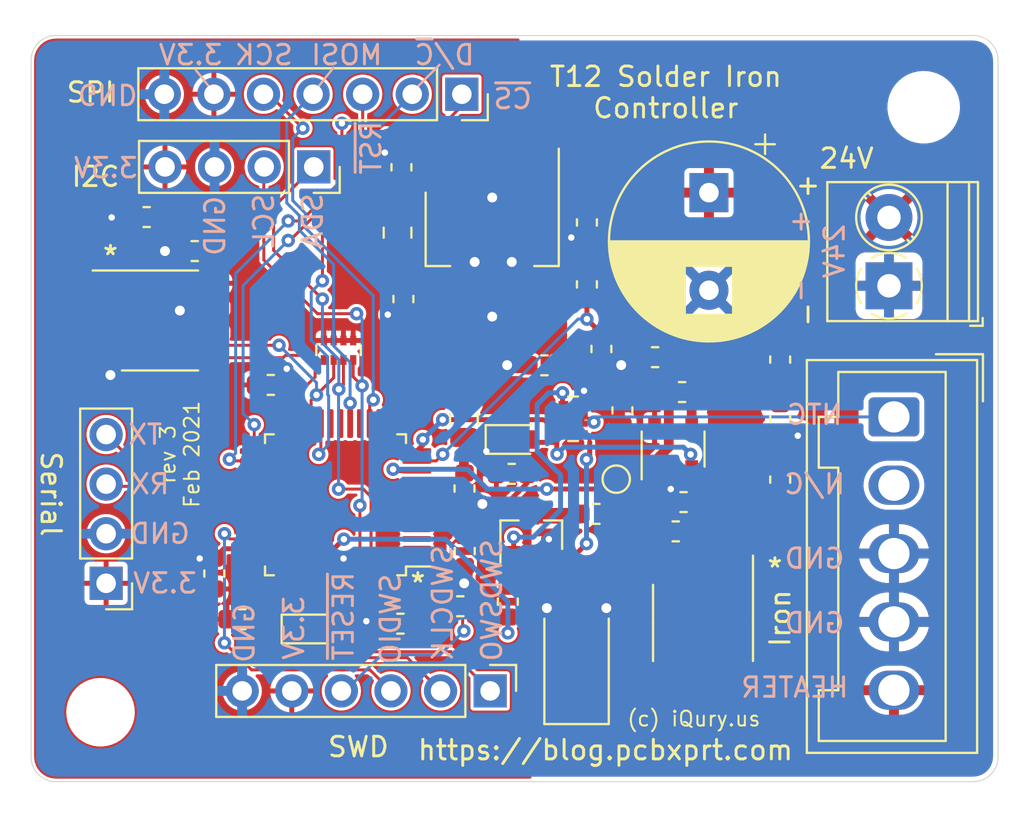
<source format=kicad_pcb>
(kicad_pcb (version 20210126) (generator pcbnew)
  (layers (0 "F.Cu" signal) (31 "B.Cu" signal) (35 "F.Paste" user) (36 "B.SilkS" user "B.Silkscreen") (37 "F.SilkS" user "F.Silkscreen") (38 "B.Mask" user) (39 "F.Mask" user) (44 "Edge.Cuts" user))
  (net 0 "")
  (net 1 "GND")
  (net 2 "/24V")
  (net 3 "/3.3V")
  (net 4 "/V_MON")
  (net 5 "/~NRST")
  (net 6 "Net-(D1-Pad1)")
  (net 7 "Net-(C15-Pad1)")
  (net 8 "/SCK")
  (net 9 "/MOSI")
  (net 10 "/~RST")
  (net 11 "/D{slash}~C")
  (net 12 "/~CS")
  (net 13 "/OLED_SCL")
  (net 14 "/OLED_SDA")
  (net 15 "/SWDIO")
  (net 16 "/SWDCLK")
  (net 17 "/SWDSWO")
  (net 18 "/TX")
  (net 19 "/RX")
  (net 20 "Net-(Q1-Pad4)")
  (net 21 "Net-(R5-Pad1)")
  (net 22 "/TIP_TEMP")
  (net 23 "Net-(J2-Pad1)")
  (net 24 "/NTC")
  (net 25 "/EE_SDA")
  (net 26 "/EE_SCL")
  (net 27 "/HEATER_ON")
  (net 28 "Net-(Q2-Pad3)")
  (net 29 "Net-(D3-Pad2)")
  (net 30 "Net-(D3-Pad1)")
  (net 31 "Net-(Q2-Pad1)")
  (net 32 "Net-(C5-Pad1)")
  (net 33 "Net-(C16-Pad1)")
  (net 34 "Net-(C10-Pad1)")
  (footprint "Capacitor_SMD:C_0603_1608Metric" (layer "F.Cu") (at 201.5 80.3 180)
    (fp_text reference "C17" hide)
    (fp_text value "100nF")
  )
  (footprint "Package_TO_SOT_SMD:SOT-23" (layer "F.Cu") (at 221.2 96.6 90)
    (fp_text reference "Q2" hide)
    (fp_text value "BC817")
  )
  (footprint "Resistor_SMD:R_0603_1608Metric" (layer "F.Cu") (at 228.925676 89.264242 180)
    (fp_text reference "R6" hide)
    (fp_text value "249k 0.1%")
  )
  (footprint "Capacitor_SMD:C_0603_1608Metric" (layer "F.Cu") (at 214.497787 101.128106 180)
    (fp_text reference "C6" hide)
    (fp_text value "100nF")
  )
  (footprint "Connector_PinHeader_2.54mm:PinHeader_1x06_P2.54mm_Vertical" (layer "F.Cu") (at 219.092722 104.572729 -90)
    (fp_text reference "J5" hide)
    (fp_text value "SWD")
  )
  (footprint "Package_TO_SOT_SMD:SOT-223-3_TabPin2" (layer "F.Cu") (at 219.2 80.9 -90)
    (fp_text reference "U1" hide)
    (fp_text value "SPX2954M3-3.3_SOT223")
  )
  (footprint "Capacitor_SMD:C_0603_1608Metric" (layer "F.Cu") (at 207.857407 88.899152)
    (fp_text reference "C8" hide)
    (fp_text value "100nF")
  )
  (footprint "Capacitor_SMD:C_0603_1608Metric" (layer "F.Cu") (at 217.792495 97.408988 90)
    (fp_text reference "C11" hide)
    (fp_text value "100nF")
  )
  (footprint "Capacitor_SMD:C_0603_1608Metric" (layer "F.Cu") (at 214.55 77.75 90)
    (fp_text reference "C5" hide)
    (fp_text value "10uF")
  )
  (footprint "Connector_PinHeader_2.54mm:PinHeader_1x04_P2.54mm_Vertical" (layer "F.Cu") (at 199.42313 99.06 180)
    (fp_text reference "J6" hide)
    (fp_text value "Serial")
  )
  (footprint "LED_SMD:LED_0603_1608Metric" (layer "F.Cu") (at 209.9 101.4)
    (fp_text reference "D3" hide)
    (fp_text value "RED")
  )
  (footprint "Capacitor_SMD:C_0603_1608Metric" (layer "F.Cu") (at 203.962 82.042 180)
    (fp_text reference "C9" hide)
    (fp_text value "100nF")
  )
  (footprint "Resistor_SMD:R_0603_1608Metric" (layer "F.Cu") (at 220 100 -90)
    (fp_text reference "R8" hide)
    (fp_text value "470")
  )
  (footprint "LED_SMD:LED_0603_1608Metric" (layer "F.Cu") (at 220.35 91.694)
    (fp_text reference "D2" hide)
    (fp_text value "RED")
  )
  (footprint "Package_TO_SOT_SMD:SOT-23-5" (layer "F.Cu") (at 228.465247 92.18439 90)
    (fp_text reference "U3" hide)
    (fp_text value "SGM8551XN")
  )
  (footprint "Capacitor_SMD:C_0603_1608Metric" (layer "F.Cu") (at 233.95 90.65 -90)
    (fp_text reference "C16" hide)
    (fp_text value "470pF")
  )
  (footprint "Capacitor_SMD:C_0603_1608Metric" (layer "F.Cu") (at 221.872282 87.894562 180)
    (fp_text reference "C4" hide)
    (fp_text value "100nF")
  )
  (footprint "Capacitor_SMD:C_0603_1608Metric" (layer "F.Cu") (at 224.05 80.576237 -90)
    (fp_text reference "C2" hide)
    (fp_text value "100nF")
  )
  (footprint "Resistor_SMD:R_0603_1608Metric" (layer "F.Cu") (at 224.536 95.504 180)
    (fp_text reference "R3" hide)
    (fp_text value "1k")
  )
  (footprint "Inductor_SMD:L_0805_2012Metric" (layer "F.Cu") (at 214.35 81.1 -90)
    (fp_text reference "FB1" hide)
    (fp_text value "Ferrite_Bead")
  )
  (footprint "Capacitor_SMD:C_0603_1608Metric" (layer "F.Cu") (at 229 94.9 180)
    (fp_text reference "C15" hide)
    (fp_text value "1nF")
  )
  (footprint "Capacitor_SMD:C_0603_1608Metric" (layer "F.Cu") (at 233.95 93.75 90)
    (fp_text reference "C1" hide)
    (fp_text value "100nF")
  )
  (footprint "PrntrBoardV2:TerminalBlock_Phoenix_PT-1,5-2-3.5-H_1x02_P3.50mm_Horizontal" (layer "F.Cu") (at 239.522 83.82 90)
    (fp_text reference "J1" hide)
    (fp_text value "Screw_Terminal_01x02")
  )
  (footprint "MountingHole:MountingHole_3.2mm_M3_DIN965" (layer "F.Cu") (at 241.3 74.676)
    (fp_text reference "H2" hide)
    (fp_text value "MountingHole")
  )
  (footprint "Resistor_SMD:R_Array_Concave_4x0402" (layer "F.Cu") (at 223.344503 90.632741)
    (fp_text reference "RN1" hide)
    (fp_text value "4x4.7k")
  )
  (footprint "Capacitor_SMD:C_0603_1608Metric" (layer "F.Cu") (at 214.65 84.5 -90)
    (fp_text reference "C3" hide)
    (fp_text value "100nF")
  )
  (footprint "Resistor_SMD:R_0603_1608Metric" (layer "F.Cu") (at 233.95 87.6 -90)
    (fp_text reference "R10" hide)
    (fp_text value "2.2")
  )
  (footprint "Resistor_SMD:R_0603_1608Metric" (layer "F.Cu") (at 224.05 83.75 -90)
    (fp_text reference "R2" hide)
    (fp_text value "10k")
  )
  (footprint "Capacitor_SMD:C_0603_1608Metric" (layer "F.Cu") (at 217.56365 100.235042)
    (fp_text reference "C14" hide)
    (fp_text value "100nF")
  )
  (footprint "MountingHole:MountingHole_3.2mm_M3_DIN965" (layer "F.Cu") (at 199.136 105.664)
    (fp_text reference "H1" hide)
    (fp_text value "MountingHole")
  )
  (footprint "Package_SO:SO-8_3.9x4.9mm_P1.27mm" (layer "F.Cu") (at 229.997 101.092 -90)
    (fp_text reference "Q1" hide)
    (fp_text value "TPC8107")
  )
  (footprint "Capacitor_SMD:C_0603_1608Metric" (layer "F.Cu") (at 204.963143 98.563782 90)
    (fp_text reference "C7" hide)
    (fp_text value "100nF")
  )
  (footprint "Resistor_SMD:R_0603_1608Metric" (layer "F.Cu") (at 228.6 96.4 180)
    (fp_text reference "R1" hide)
    (fp_text value "2k")
  )
  (footprint "Resistor_SMD:R_0603_1608Metric" (layer "F.Cu") (at 220.198466 93.453862)
    (fp_text reference "R7" hide)
    (fp_text value "10k")
  )
  (footprint "Resistor_SMD:R_Array_Concave_4x0402" (layer "F.Cu") (at 211.328 87.122 -90)
    (fp_text reference "RN2" hide)
    (fp_text value "4x4.7k")
  )
  (footprint "Package_SO:SOIC-8_3.9x4.9mm_P1.27mm" (layer "F.Cu") (at 202.184 85.598)
    (fp_text reference "U2" hide)
    (fp_text value "24LC32")
  )
  (footprint "Capacitor_SMD:C_0603_1608Metric" (layer "F.Cu") (at 217.779899 94.20551 -90)
    (fp_text reference "C10" hide)
    (fp_text value "100nF")
  )
  (footprint "Connector_Wago:Wago_734-135_1x05_P3.50mm_Vertical" (layer "F.Cu") (at 239.776 90.536 -90)
    (fp_text reference "J2" hide)
    (fp_text value "GX12-5M")
  )
  (footprint "Diode_SMD:D_SMA" (layer "F.Cu") (at 223.52 102.87 90)
    (fp_text reference "D1" hide)
    (fp_text value "RS1M")
  )
  (footprint "Capacitor_SMD:C_0603_1608Metric" (layer "F.Cu") (at 225.868516 90.204988 90)
    (fp_text reference "C13" hide)
    (fp_text value "100nF")
  )
  (footprint "Connector_PinSocket_2.54mm:PinSocket_1x04_P2.54mm_Vertical" (layer "F.Cu") (at 210.059162 77.731715 -90)
    (fp_text reference "J4" hide)
    (fp_text value "I2C LCD")
  )
  (footprint "Resistor_SMD:R_0603_1608Metric" (layer "F.Cu") (at 206.4 100.9 180)
    (fp_text reference "R9" hide)
    (fp_text value "1k")
  )
  (footprint "Connector_PinSocket_2.54mm:PinSocket_1x07_P2.54mm_Vertical" (layer "F.Cu") (at 217.64344 74.009346 -90)
    (fp_text reference "J3" hide)
    (fp_text value "SPI LCD")
  )
  (footprint "Resistor_SMD:R_0603_1608Metric" (layer "F.Cu") (at 224.792877 87.057933 -90)
    (fp_text reference "R4" hide)
    (fp_text value "1k")
  )
  (footprint "Capacitor_THT:CP_Radial_D10.0mm_P5.00mm" (layer "F.Cu") (at 230.3 79.05 -90)
    (fp_text reference "C12" hide)
    (fp_text value "100uF 35V")
  )
  (footprint "Inductor_SMD:L_0805_2012Metric" (layer "F.Cu") (at 217.75 90.65 -90)
    (fp_text reference "FB2" hide)
    (fp_text value "Ferrite_Bead")
  )
  (footprint "TestPoint:TestPoint_Pad_D1.0mm" (layer "F.Cu") (at 225.552 93.726)
    (fp_text reference "TP1" hide)
    (fp_text value "TestPoint")
  )
  (footprint "Package_QFP:LQFP-48_7x7mm_P0.5mm" (layer "F.Cu") (at 211.1725 95.04 180)
    (fp_text reference "U4" hide)
    (fp_text value "STM32F103CBTx")
  )
  (footprint "Resistor_SMD:R_0603_1608Metric" (layer "F.Cu") (at 227.541794 87.476981 180)
    (fp_text reference "R5" hide)
    (fp_text value "1k 0.1%")
  )
  (gr_line (start 211.074 72.644) (end 210.058 73.914) (layer "B.SilkS") (width 0.12))
  (gr_line (start 205 74) (end 204 72.75) (layer "B.SilkS") (width 0.12))
  (gr_line (start 215 74) (end 216.5 72.5) (layer "B.SilkS") (width 0.12))
  (gr_arc (start 243.84 72.272026) (end 245.11 72.272026) (angle -90) (layer "Edge.Cuts") (width 0.05))
  (gr_line (start 245.11 72.272026) (end 245.11 107.95) (layer "Edge.Cuts") (width 0.05))
  (gr_line (start 243.84 71.002026) (end 196.85 71.002026) (layer "Edge.Cuts") (width 0.05))
  (gr_arc (start 196.85 72.272026) (end 196.85 71.002026) (angle -90) (layer "Edge.Cuts") (width 0.05))
  (gr_line (start 195.58 107.95) (end 195.58 72.272026) (layer "Edge.Cuts") (width 0.05))
  (gr_line (start 243.84 109.22) (end 196.85 109.22) (layer "Edge.Cuts") (width 0.05))
  (gr_arc (start 243.84 107.95) (end 243.84 109.22) (angle -90) (layer "Edge.Cuts") (width 0.05))
  (gr_arc (start 196.85 107.95) (end 196.85 109.22) (angle 90) (layer "Edge.Cuts") (width 0.05))
  (gr_text "3.3V" (at 199.404648 77.785779) (layer "B.SilkS") (effects (font (size 1 1)) (justify mirror)))
  (gr_text "SCL" (at 207.5 80.5 90) (layer "B.SilkS") (effects (font (size 1 1)) (justify mirror)))
  (gr_text "HEATER" (at 234.696 104.394) (layer "B.SilkS") (effects (font (size 1 1)) (justify mirror)))
  (gr_text "SWDIO" (at 213.991871 100.888609 90) (layer "B.SilkS") (effects (font (size 1 1)) (justify mirror)))
  (gr_text "SWDCLK" (at 216.662 100.076 90) (layer "B.SilkS") (effects (font (size 1 1)) (justify mirror)))
  (gr_text "NTC" (at 235.712 90.424) (layer "B.SilkS") (effects (font (size 1 1)) (justify mirror)))
  (gr_text "~RESET" (at 211.582 100.75 90) (layer "B.SilkS") (effects (font (size 1 1)) (justify mirror)))
  (gr_text "3.3V" (at 203.75 72) (layer "B.SilkS") (effects (font (size 1 1)) (justify mirror)))
  (gr_text "SDA" (at 210 80.5 90) (layer "B.SilkS") (effects (font (size 1 1)) (justify mirror)))
  (gr_text "MOSI" (at 211.75 72) (layer "B.SilkS") (effects (font (size 1 1)) (justify mirror)))
  (gr_text "GND" (at 202.184 96.52) (layer "B.SilkS") (effects (font (size 1 1)) (justify mirror)))
  (gr_text "TX" (at 201.422 91.44) (layer "B.SilkS") (effects (font (size 1 1)) (justify mirror)))
  (gr_text "D/~C" (at 216.75 72) (layer "B.SilkS") (effects (font (size 1 1)) (justify mirror)))
  (gr_text "GND" (at 206.502 101.6 90) (layer "B.SilkS") (effects (font (size 1 1)) (justify mirror)))
  (gr_text "RX" (at 201.676 93.98) (layer "B.SilkS") (effects (font (size 1 1)) (justify mirror)))
  (gr_text "24V" (at 236.728 82.042 90) (layer "B.SilkS") (effects (font (size 1 1)) (justify mirror)))
  (gr_text "SCK" (at 207.5 72) (layer "B.SilkS") (effects (font (size 1 1)) (justify mirror)))
  (gr_text "N/C" (at 235.712 93.98) (layer "B.SilkS") (effects (font (size 1 1)) (justify mirror)))
  (gr_text "3.3V" (at 209.042 101.346 90) (layer "B.SilkS") (effects (font (size 1 1)) (justify mirror)))
  (gr_text "3.3V" (at 202.438 99.06) (layer "B.SilkS") (effects (font (size 1 1)) (justify mirror)))
  (gr_text "~RST" (at 213 76.75 90) (layer "B.SilkS") (effects (font (size 1 1)) (justify mirror)))
  (gr_text "+   -" (at 234.95 82.296 90) (layer "B.SilkS") (effects (font (size 1 1)) (justify mirror)))
  (gr_text "GND" (at 199.5 74 180) (layer "B.SilkS") (effects (font (size 1 1)) (justify mirror)))
  (gr_text "GND" (at 205 80.75 90) (layer "B.SilkS") (effects (font (size 1 1)) (justify mirror)))
  (gr_text "SWDSWO" (at 219.180806 99.926056 90) (layer "B.SilkS") (effects (font (size 1 1)) (justify mirror)))
  (gr_text "~CS" (at 220.25 74.25) (layer "B.SilkS") (effects (font (size 1 1)) (justify mirror)))
  (gr_text "GND" (at 235.712 101.092) (layer "B.SilkS") (effects (font (size 1 1)) (justify mirror)))
  (gr_text "GND" (at 235.712 97.79) (layer "B.SilkS") (effects (font (size 1 1)) (justify mirror)))
  (gr_text "rev 3\nFeb 2021" (at 203.2 92.456 90) (layer "F.SilkS") (effects (font (size 0.762 0.762) (thickness 0.1016))))
  (gr_text "+       -" (at 235.45 82 270) (layer "F.SilkS") (effects (font (size 1 1))))
  (gr_text "SPI" (at 198.628 73.914) (layer "F.SilkS") (effects (font (size 1 1))))
  (gr_text "*" (at 233.68 98.298) (layer "F.SilkS") (effects (font (size 1 1))))
  (gr_text "Iron" (at 233.95 100.85 90) (layer "F.SilkS") (effects (font (size 1 1))))
  (gr_text "I2C" (at 198.882 78.232) (layer "F.SilkS") (effects (font (size 1 1))))
  (gr_text "SWD" (at 212.344 107.442) (layer "F.SilkS") (effects (font (size 1 1))))
  (gr_text "T12 Solder Iron\nController" (at 228.092 73.914) (layer "F.SilkS") (effects (font (size 1 1))))
  (gr_text "https://blog.pcbxprt.com" (at 225 107.6) (layer "F.SilkS") (effects (font (size 1 1))))
  (gr_text "Serial" (at 196.596 94.488 270) (layer "F.SilkS") (effects (font (size 1 1))))
  (gr_text "*" (at 215.392 99.06) (layer "F.SilkS") (effects (font (size 1 1))))
  (gr_text "*" (at 199.644 82.296) (layer "F.SilkS") (effects (font (size 1 1))))
  (gr_text "(c) iQury.us" (at 226.05 106) (layer "F.SilkS") (effects (font (size 0.762 0.762) (thickness 0.1016)) (justify left)))
  (gr_text "24V" (at 237.35 77.3) (layer "F.SilkS") (effects (font (size 1 1))))
  (segment (start 223.52 100.87) (end 223.52 100.965) (width 0.8) (layer "F.Cu") (net 1))
  (segment (start 217.779899 94.99301) (end 218.69101 94.99301) (width 0.8) (layer "F.Cu") (net 1))
  (segment (start 224.05 81.363737) (end 223.263737 81.363737) (width 0.5) (layer "F.Cu") (net 1))
  (segment (start 204.229718 97.776282) (end 204.216 97.79) (width 0.5) (layer "F.Cu") (net 1))
  (segment (start 224.504 100.87) (end 225.044 100.33) (width 0.8) (layer "F.Cu") (net 1))
  (segment (start 218.69101 94.99301) (end 218.694 94.996) (width 0.8) (layer "F.Cu") (net 1))
  (segment (start 223.52 100.87) (end 222.536 100.87) (width 0.8) (layer "F.Cu") (net 1))
  (segment (start 223.52 100.965) (end 224.155 101.6) (width 0.8) (layer "F.Cu") (net 1))
  (segment (start 199.715593 80.328691) (end 199.7067 80.319798) (width 0.8) (layer "F.Cu") (net 1))
  (segment (start 205.449425 97.29) (end 204.963143 97.776282) (width 0.254) (layer "F.Cu") (net 1))
  (segment (start 226.754294 87.476981) (end 226.213019 87.476981) (width 0.8) (layer "F.Cu") (net 1))
  (segment (start 228.2125 94.3675) (end 228.346 94.234) (width 0.5) (layer "F.Cu") (net 1))
  (segment (start 218.35115 100.235042) (end 218.35115 99.649155) (width 0.8) (layer "F.Cu") (net 1))
  (segment (start 217.792495 98.196488) (end 217.792495 99.0295) (width 0.8) (layer "F.Cu") (net 1))
  (segment (start 233.95 91.4375) (end 234.7875 91.4375) (width 0.5) (layer "F.Cu") (net 1))
  (segment (start 213.4225 99.2025) (end 213.4225 100.840319) (width 0.254) (layer "F.Cu") (net 1))
  (segment (start 199.709 83.693) (end 199.709 87.503) (width 0.8) (layer "F.Cu") (net 1))
  (segment (start 225.767433 87.845433) (end 225.806 87.884) (width 0.8) (layer "F.Cu") (net 1))
  (segment (start 228.465247 94.114753) (end 228.346 94.234) (width 0.5) (layer "F.Cu") (net 1))
  (segment (start 224.155 101.6) (end 224.79 102.235) (width 0.8) (layer "F.Cu") (net 1))
  (segment (start 225.868516 89.417488) (end 225.868516 87.946516) (width 0.8) (layer "F.Cu") (net 1))
  (segment (start 213.4225 100.840319) (end 213.710287 101.128106) (width 0.254) (layer "F.Cu") (net 1))
  (segment (start 199.709 88.327) (end 199.644 88.392) (width 0.8) (layer "F.Cu") (net 1))
  (segment (start 208.9225 89.176745) (end 208.644907 88.899152) (width 0.254) (layer "F.Cu") (net 1))
  (segment (start 219.2 83.6) (end 220.2 82.6) (width 1.5) (layer "F.Cu") (net 1))
  (segment (start 225.705845 87.984155) (end 225.806 87.884) (width 0.8) (layer "F.Cu") (net 1))
  (segment (start 213.710287 101.128106) (end 212.878106 101.128106) (width 0.8) (layer "F.Cu") (net 1))
  (segment (start 215.335 94.29) (end 217.076889 94.29) (width 0.254) (layer "F.Cu") (net 1))
  (segment (start 221.084782 87.894562) (end 219.974562 87.894562) (width 0.8) (layer "F.Cu") (net 1))
  (segment (start 207.01 97.29) (end 205.449425 97.29) (width 0.254) (layer "F.Cu") (net 1))
  (segment (start 213.8625 85.2875) (end 213.85 85.3) (width 0.5) (layer "F.Cu") (net 1))
  (segment (start 228.2125 94.9) (end 228.2125 94.3675) (width 0.5) (layer "F.Cu") (net 1))
  (segment (start 219.506 91.694) (end 218.9 92.3) (width 0.5) (layer "F.Cu") (net 1))
  (segment (start 217.076889 94.29) (end 217.779899 94.99301) (width 0.254) (layer "F.Cu") (net 1))
  (segment (start 226.213019 87.476981) (end 225.806 87.884) (width 0.8) (layer "F.Cu") (net 1))
  (segment (start 203.1745 82.042) (end 202.438 82.042) (width 0.8) (layer "F.Cu") (net 1))
  (segment (start 208.9225 90.8775) (end 208.9225 89.176745) (width 0.254) (layer "F.Cu") (net 1))
  (segment (start 199.709 87.503) (end 199.709 88.327) (width 0.8) (layer "F.Cu") (net 1))
  (segment (start 224.792877 87.845433) (end 225.767433 87.845433) (width 0.8) (layer "F.Cu") (net 1))
  (segment (start 219.5625 91.694) (end 219.506 91.694) (width 0.5) (layer "F.Cu") (net 1))
  (segment (start 218.35115 99.649155) (end 217.761995 99.06) (width 0.8) (layer "F.Cu") (net 1))
  (segment (start 233.95 92.4) (end 234.85 91.5) (width 0.5) (layer "F.Cu") (net 1))
  (segment (start 211.9225 98.1305) (end 211.582 97.79) (width 0.254) (layer "F.Cu") (net 1))
  (segment (start 224.79 102.235) (end 226.06 102.235) (width 0.8) (layer "F.Cu") (net 1))
  (segment (start 213.7375 76.9625) (end 213.7 77) (width 0.5) (layer "F.Cu") (net 1))
  (segment (start 219.2 77.75) (end 219.2 79.3) (width 1.5) (layer "F.Cu") (net 1))
  (segment (start 225.868516 87.946516) (end 225.806 87.884) (width 0.8) (layer "F.Cu") (net 1))
  (segment (start 214.55 76.9625) (end 213.7375 76.9625) (width 0.5) (layer "F.Cu") (net 1))
  (segment (start 208.644907 88.899152) (end 208.644907 88.099603) (width 0.5) (layer "F.Cu") (net 1))
  (segment (start 228.465247 93.28439) (end 228.465247 94.114753) (width 0.5) (layer "F.Cu") (net 1))
  (segment (start 203.327 84.963) (end 203.2 85.09) (width 0.5) (layer "F.Cu") (net 1))
  (segment (start 223.263737 81.363737) (end 223.25 81.35) (width 0.5) (layer "F.Cu") (net 1))
  (segment (start 219.974562 87.894562) (end 219.964 87.884) (width 0.8) (layer "F.Cu") (net 1))
  (segment (start 219.2 83.5) (end 218.3 82.6) (width 1.5) (layer "F.Cu") (net 1))
  (segment (start 233.95 92.9625) (end 233.95 92.4) (width 0.5) (layer "F.Cu") (net 1))
  (segment (start 223.844503 89.255497) (end 223.9 89.2) (width 0.254) (layer "F.Cu") (net 1))
  (segment (start 222.15 97.6) (end 222.15 96.85) (width 0.8) (layer "F.Cu") (net 1))
  (segment (start 219.2 84.05) (end 219.2 83.5) (width 1.5) (layer "F.Cu") (net 1))
  (segment (start 208.644907 88.099603) (end 208.674136 88.070374) (width 0.5) (layer "F.Cu") (net 1))
  (segment (start 211.9225 99.2025) (end 211.9225 98.1305) (width 0.254) (layer "F.Cu") (net 1))
  (segment (start 217.792495 99.0295) (end 217.761995 99.06) (width 0.8) (layer "F.Cu") (net 1))
  (segment (start 222.536 100.87) (end 221.996 100.33) (width 0.8) (layer "F.Cu") (net 1))
  (segment (start 223.52 100.87) (end 224.504 100.87) (width 0.8) (layer "F.Cu") (net 1))
  (segment (start 212.878106 101.128106) (end 212.75 101) (width 0.8) (layer "F.Cu") (net 1))
  (segment (start 204.963143 97.776282) (end 204.229718 97.776282) (width 0.5) (layer "F.Cu") (net 1))
  (segment (start 219.2 84.05) (end 219.2 85.4) (width 1.5) (layer "F.Cu") (net 1))
  (segment (start 219.2 84.05) (end 219.2 83.6) (width 1.5) (layer "F.Cu") (net 1))
  (segment (start 200.671044 80.328691) (end 199.715593 80.328691) (width 0.8) (layer "F.Cu") (net 1))
  (segment (start 204.659 84.963) (end 203.327 84.963) (width 0.5) (layer "F.Cu") (net 1))
  (segment (start 214.65 85.2875) (end 213.8625 85.2875) (width 0.5) (layer "F.Cu") (net 1))
  (segment (start 223.844503 89.882741) (end 223.844503 89.255497) (width 0.254) (layer "F.Cu") (net 1))
  (segment (start 234.7875 91.4375) (end 234.85 91.5) (width 0.5) (layer "F.Cu") (net 1))
  (segment (start 222.15 96.85) (end 222.1 96.8) (width 0.8) (layer "F.Cu") (net 1))
  (via (at 199.644 88.392) (size 0.889) (drill 0.508) (layers "F.Cu" "B.Cu") (net 1))
  (via (at 219.964 87.884) (size 0.889) (drill 0.508) (layers "F.Cu" "B.Cu") (net 1))
  (via (at 212.75 101) (size 0.6858) (drill 0.3302) (layers "F.Cu" "B.Cu") (net 1))
  (via (at 228.346 94.234) (size 0.6858) (drill 0.3302) (layers "F.Cu" "B.Cu") (net 1))
  (via (at 202.438 82.042) (size 0.889) (drill 0.508) (layers "F.Cu" "B.Cu") (net 1))
  (via (at 199.7067 80.319798) (size 0.6858) (drill 0.3302) (layers "F.Cu" "B.Cu") (net 1))
  (via (at 218.9 92.3) (size 0.6858) (drill 0.3302) (layers "F.Cu" "B.Cu") (net 1))
  (via (at 223.9 89.2) (size 0.6858) (drill 0.3302) (layers "F.Cu" "B.Cu") (net 1))
  (via (at 225.044 100.33) (size 0.889) (drill 0.508) (layers "F.Cu" "B.Cu") (net 1))
  (via (at 218.694 94.996) (size 0.889) (drill 0.508) (layers "F.Cu" "B.Cu") (net 1))
  (via (at 211.582 97.79) (size 0.6858) (drill 0.3302) (layers "F.Cu" "B.Cu") (net 1))
  (via (at 217.761995 99.06) (size 0.889) (drill 0.508) (layers "F.Cu" "B.Cu") (net 1))
  (via (at 222.1 96.8) (size 0.6858) (drill 0.3302) (layers "F.Cu" "B.Cu") (net 1))
  (via (at 204.216 97.79) (size 0.6858) (drill 0.3302) (layers "F.Cu" "B.Cu") (net 1))
  (via (at 219.2 85.4) (size 0.889) (drill 0.508) (layers "F.Cu" "B.Cu") (net 1))
  (via (at 219.2 79.3) (size 0.889) (drill 0.508) (layers "F.Cu" "B.Cu") (net 1))
  (via (at 221.996 100.33) (size 0.889) (drill 0.508) (layers "F.Cu" "B.Cu") (net 1))
  (via (at 203.2 85.09) (size 0.889) (drill 0.508) (layers "F.Cu" "B.Cu") (net 1))
  (via (at 225.806 87.884) (size 0.889) (drill 0.508) (layers "F.Cu" "B.Cu") (net 1))
  (via (at 213.85 85.3) (size 0.6858) (drill 0.3302) (layers "F.Cu" "B.Cu") (net 1))
  (via (at 218.3 82.6) (size 0.889) (drill 0.508) (layers "F.Cu" "B.Cu") (net 1))
  (via (at 220.2 82.6) (size 0.889) (drill 0.508) (layers "F.Cu" "B.Cu") (net 1))
  (via (at 223.25 81.35) (size 0.6858) (drill 0.3302) (layers "F.Cu" "B.Cu") (net 1))
  (via (at 234.85 91.5) (size 0.6858) (drill 0.3302) (layers "F.Cu" "B.Cu") (net 1))
  (via (at 213.7 77) (size 0.6858) (drill 0.3302) (layers "F.Cu" "B.Cu") (net 1))
  (via (at 208.674136 88.070374) (size 0.6858) (drill 0.3302) (layers "F.Cu" "B.Cu") (net 1))
  (segment (start 224.4875 82.9625) (end 224.05 82.9625) (width 0.5) (layer "F.Cu") (net 2))
  (segment (start 225.2 80.55) (end 225.2 82.25) (width 0.5) (layer "F.Cu") (net 2))
  (segment (start 224.438737 79.788737) (end 225.2 80.55) (width 0.5) (layer "F.Cu") (net 2))
  (segment (start 224.05 79.788737) (end 224.438737 79.788737) (width 0.5) (layer "F.Cu") (net 2))
  (segment (start 225.2 82.25) (end 224.4875 82.9625) (width 0.5) (layer "F.Cu") (net 2))
  (segment (start 229.362 98.517) (end 231.902 98.517) (width 1.5) (layer "F.Cu") (net 2))
  (segment (start 225.868516 90.992488) (end 225.173028 90.297) (width 0.8) (layer "F.Cu") (net 3))
  (segment (start 217.088885 99.994885) (end 217.17 100.076) (width 0.1524) (layer "F.Cu") (net 3))
  (segment (start 224.05 85.527556) (end 224.792877 86.270433) (width 0.254) (layer "F.Cu") (net 4))
  (segment (start 224.792877 86.270433) (end 224.792877 86.357123) (width 0.1524) (layer "F.Cu") (net 4))
  (segment (start 216.662 92.456) (end 216.328 92.79) (width 0.1524) (layer "F.Cu") (net 4))
  (segment (start 224.792877 86.357123) (end 223.266 87.884) (width 0.1524) (layer "F.Cu") (net 4))
  (segment (start 223.266 87.884) (end 222.670344 87.884) (width 0.1524) (layer "F.Cu") (net 4))
  (segment (start 222.670344 87.884) (end 222.659782 87.894562) (width 0.1524) (layer "F.Cu") (net 4))
  (segment (start 224.05 84.5375) (end 224.05 85.527556) (width 0.254) (layer "F.Cu") (net 4))
  (segment (start 216.328 92.79) (end 215.335 92.79) (width 0.1524) (layer "F.Cu") (net 4))
  (via (at 216.662 92.456) (size 0.6858) (drill 0.3302) (layers "F.Cu" "B.Cu") (net 4))
  (via (at 224.05 85.527556) (size 0.6858) (drill 0.3302) (layers "F.Cu" "B.Cu") (net 4))
  (segment (start 223.590444 85.527556) (end 224.05 85.527556) (width 0.1524) (layer "B.Cu") (net 4))
  (segment (start 216.662 92.456) (end 223.590444 85.527556) (width 0.1524) (layer "B.Cu") (net 4))
  (segment (start 217.088885 97.109115) (end 217.088885 99.440099) (width 0.1524) (layer "F.Cu") (net 5))
  (segment (start 220.985966 93.928862) (end 219.456 95.458828) (width 0.254) (layer "F.Cu") (net 5))
  (segment (start 217.68503 101.43503) (end 217.75 101.5) (width 0.1524) (layer "F.Cu") (net 5))
  (segment (start 217.792495 96.508783) (end 217.792495 96.621488) (width 0.254) (layer "F.Cu") (net 5))
  (segment (start 219.456 95.504) (end 218.338512 96.621488) (width 0.254) (layer "F.Cu") (net 5))
  (segment (start 217.792495 96.621488) (end 217.576512 96.621488) (width 0.1524) (layer "F.Cu") (net 5))
  (segment (start 220.985966 93.453862) (end 220.985966 93.928862) (width 0.254) (layer "F.Cu") (net 5))
  (segment (start 211.472722 104.538722) (end 211.472722 104.572729) (width 0.1524) (layer "F.Cu") (net 5))
  (segment (start 217.576512 96.621488) (end 217.088885 97.109115) (width 0.1524) (layer "F.Cu") (net 5))
  (segment (start 216.073712 94.79) (end 217.792495 96.508783) (width 0.254) (layer "F.Cu") (net 5))
  (segment (start 215.335 94.79) (end 216.073712 94.79) (width 0.254) (layer "F.Cu") (net 5))
  (segment (start 218.338512 96.621488) (end 217.792495 96.621488) (width 0.254) (layer "F.Cu") (net 5))
  (segment (start 219.456 95.458828) (end 219.456 95.504) (width 0.254) (layer "F.Cu") (net 5))
  (segment (start 217.088885 99.440099) (end 217.68503 100.036244) (width 0.1524) (layer "F.Cu") (net 5))
  (segment (start 217.68503 100.036244) (end 217.68503 101.43503) (width 0.1524) (layer "F.Cu") (net 5))
  (via (at 217.75 101.5) (size 0.6858) (drill 0.3302) (layers "F.Cu" "B.Cu") (net 5))
  (segment (start 216.527278 102.722722) (end 213.527278 102.722722) (width 0.1524) (layer "B.Cu") (net 5))
  (segment (start 211.677271 104.572729) (end 213.527278 102.722722) (width 0.1524) (layer "B.Cu") (net 5))
  (segment (start 211.472722 104.572729) (end 211.677271 104.572729) (width 0.1524) (layer "B.Cu") (net 5))
  (segment (start 217.75 101.5) (end 216.527278 102.722722) (width 0.1524) (layer "B.Cu") (net 5))
  (segment (start 232.375 104.14) (end 233.68 104.14) (width 1.5) (layer "F.Cu") (net 6))
  (segment (start 224.194503 91.832741) (end 224.194503 92.543497) (width 0.254) (layer "F.Cu") (net 6))
  (segment (start 228.092 103.667) (end 227.619 104.14) (width 1.5) (layer "F.Cu") (net 6))
  (segment (start 227.619 104.14) (end 226.695 104.14) (width 1.5) (layer "F.Cu") (net 6))
  (segment (start 220.98 103.124) (end 222.726 104.87) (width 0.254) (layer "F.Cu") (net 6))
  (segment (start 222.726 104.87) (end 223.52 104.87) (width 0.254) (layer "F.Cu") (net 6))
  (segment (start 220.98 100.076) (end 220.98 103.124) (width 0.254) (layer "F.Cu") (net 6))
  (segment (start 224.028 97.028) (end 220.98 100.076) (width 0.254) (layer "F.Cu") (net 6))
  (segment (start 224.194503 92.543497) (end 224.028 92.71) (width 0.254) (layer "F.Cu") (net 6))
  (segment (start 228.092 103.667) (end 231.902 103.667) (width 1.5) (layer "F.Cu") (net 6))
  (segment (start 223.844503 91.382741) (end 224.194503 91.732741) (width 0.1524) (layer "F.Cu") (net 6))
  (segment (start 224.194503 91.732741) (end 224.194503 91.832741) (width 0.1524) (layer "F.Cu") (net 6))
  (segment (start 231.902 103.667) (end 232.375 104.14) (width 1.5) (layer "F.Cu") (net 6))
  (via (at 224.028 97.028) (size 0.6858) (drill 0.3302) (layers "F.Cu" "B.Cu") (net 6))
  (via (at 224.028 92.71) (size 0.6858) (drill 0.3302) (layers "F.Cu" "B.Cu") (net 6))
  (segment (start 224.028 92.71) (end 224.028 97.028) (width 0.254) (layer "B.Cu") (net 6))
  (segment (start 221.285738 91.842238) (end 221.1375 91.694) (width 0.254) (layer "F.Cu") (net 7))
  (segment (start 229.415247 92.509247) (end 229.362 92.456) (width 0.254) (layer "F.Cu") (net 7))
  (segment (start 229.415247 93.28439) (end 229.415247 92.509247) (width 0.254) (layer "F.Cu") (net 7))
  (segment (start 229.415247 94.527747) (end 229.7875 94.9) (width 0.5) (layer "F.Cu") (net 7))
  (segment (start 222.504 91.842238) (end 222.494503 91.832741) (width 0.254) (layer "F.Cu") (net 7))
  (segment (start 222.504 92.42392) (end 222.52004 92.43996) (width 0.254) (layer "F.Cu") (net 7))
  (segment (start 222.844503 91.382741) (end 222.844503 91.501735) (width 0.1524) (layer "F.Cu") (net 7))
  (segment (start 222.844503 91.501735) (end 222.504 91.842238) (width 0.1524) (layer "F.Cu") (net 7))
  (segment (start 222.504 91.842238) (end 221.285738 91.842238) (width 0.254) (layer "F.Cu") (net 7))
  (segment (start 229.415247 93.28439) (end 229.415247 94.527747) (width 0.5) (layer "F.Cu") (net 7))
  (segment (start 222.504 91.842238) (end 222.504 92.42392) (width 0.254) (layer "F.Cu") (net 7))
  (via (at 229.362 92.456) (size 0.6858) (drill 0.3302) (layers "F.Cu" "B.Cu") (net 7))
  (via (at 222.52004 92.43996) (size 0.6858) (drill 0.3302) (layers "F.Cu" "B.Cu") (net 7))
  (segment (start 229.362 92.456) (end 228.993699 92.087699) (width 0.254) (layer "B.Cu") (net 7))
  (segment (start 222.872301 92.087699) (end 222.52004 92.43996) (width 0.254) (layer "B.Cu") (net 7))
  (segment (start 228.993699 92.087699) (end 222.872301 92.087699) (width 0.254) (layer "B.Cu") (net 7))
  (segment (start 212.9225 89.8455) (end 212.9225 90.8775) (width 0.1524) (layer "F.Cu") (net 8))
  (segment (start 213.106 89.662) (end 212.9225 89.8455) (width 0.1524) (layer "F.Cu") (net 8))
  (segment (start 209.5 75.75) (end 207.759346 74.009346) (width 0.1524) (layer "F.Cu") (net 8))
  (segment (start 207.759346 74.009346) (end 207.48344 74.009346) (width 0.1524) (layer "F.Cu") (net 8))
  (via (at 209.5 75.75) (size 0.6858) (drill 0.3302) (layers "F.Cu" "B.Cu") (net 8))
  (via (at 213.106 89.662) (size 0.6858) (drill 0.3302) (layers "F.Cu" "B.Cu") (net 8))
  (segment (start 213.106 84.32911) (end 209.626312 80.849422) (width 0.1524) (layer "B.Cu") (net 8))
  (segment (start 208.979389 76.270611) (end 209.5 75.75) (width 0.1524) (layer "B.Cu") (net 8))
  (segment (start 208.979389 79.452499) (end 208.979389 76.270611) (width 0.1524) (layer "B.Cu") (net 8))
  (segment (start 213.106 89.662) (end 213.106 84.32911) (width 0.1524) (layer "B.Cu") (net 8))
  (segment (start 209.626312 80.849422) (end 209.626311 80.099421) (width 0.1524) (layer "B.Cu") (net 8))
  (segment (start 209.626311 80.099421) (end 208.979389 79.452499) (width 0.1524) (layer "B.Cu") (net 8))
  (segment (start 211.9225 90.8775) (end 211.9225 89.999678) (width 0.1524) (layer "F.Cu") (net 9))
  (segment (start 211.9225 89.999678) (end 211.9225 89.834592) (width 0.1524) (layer "F.Cu") (net 9))
  (segment (start 211.9225 89.834592) (end 211.919988 89.83208) (width 0.1524) (layer "F.Cu") (net 9))
  (via (at 211.919988 89.83208) (size 0.6858) (drill 0.3302) (layers "F.Cu" "B.Cu") (net 9))
  (segment (start 208.674578 79.578756) (end 208.674578 75.358208) (width 0.1524) (layer "B.Cu") (net 9))
  (segment (start 211.074 82.728178) (end 209.321501 80.975679) (width 0.1524) (layer "B.Cu") (net 9))
  (segment (start 211.919988 89.83208) (end 211.919988 87.744091) (width 0.1524) (layer "B.Cu") (net 9))
  (segment (start 209.321501 80.975679) (end 209.321501 80.225679) (width 0.1524) (layer "B.Cu") (net 9))
  (segment (start 208.674578 75.358208) (end 210.02344 74.009346) (width 0.1524) (layer "B.Cu") (net 9))
  (segment (start 209.321501 80.225679) (end 208.674578 79.578756) (width 0.1524) (layer "B.Cu") (net 9))
  (segment (start 211.919988 87.744091) (end 211.074 86.898103) (width 0.1524) (layer "B.Cu") (net 9))
  (segment (start 211.074 86.898103) (end 211.074 82.728178) (width 0.1524) (layer "B.Cu") (net 9))
  (segment (start 207.01 92.29) (end 207.01 90.932) (width 0.1524) (layer "F.Cu") (net 10))
  (segment (start 212.56344 77.770005) (end 212.56344 74.009346) (width 0.1524) (layer "F.Cu") (net 10))
  (segment (start 208.833445 81.5) (end 212.56344 77.770005) (width 0.1524) (layer "F.Cu") (net 10))
  (segment (start 208.75 81.5) (end 208.833445 81.5) (width 0.1524) (layer "F.Cu") (net 10))
  (via (at 208.75 81.5) (size 0.6858) (drill 0.3302) (layers "F.Cu" "B.Cu") (net 10))
  (via (at 207.01 90.932) (size 0.6858) (drill 0.3302) (layers "F.Cu" "B.Cu") (net 10))
  (segment (start 207.01 90.932) (end 206.439399 90.361399) (width 0.1524) (layer "B.Cu") (net 10))
  (segment (start 206.439399 90.361399) (end 206.439399 83.810601) (width 0.1524) (layer "B.Cu") (net 10))
  (segment (start 206.439399 83.810601) (end 208.75 81.5) (width 0.1524) (layer "B.Cu") (net 10))
  (segment (start 211.5 78.402378) (end 211.5 75.5) (width 0.1524) (layer "F.Cu") (net 11))
  (segment (start 208.75 80.5) (end 209.402377 80.5) (width 0.1524) (layer "F.Cu") (net 11))
  (segment (start 209.402377 80.5) (end 211.5 78.402378) (width 0.1524) (layer "F.Cu") (net 11))
  (segment (start 208.75 80.5) (end 208.878345 80.5) (width 0.1524) (layer "F.Cu") (net 11))
  (segment (start 207.01 92.79) (end 205.82 92.79) (width 0.1524) (layer "F.Cu") (net 11))
  (segment (start 205.82 92.79) (end 205.74 92.71) (width 0.1524) (layer "F.Cu") (net 11))
  (via (at 208.75 80.5) (size 0.6858) (drill 0.3302) (layers "F.Cu" "B.Cu") (net 11))
  (via (at 205.74 92.71) (size 0.6858) (drill 0.3302) (layers "F.Cu" "B.Cu") (net 11))
  (via (at 211.5 75.5) (size 0.6858) (drill 0.3302) (layers "F.Cu" "B.Cu") (net 11))
  (segment (start 206.056611 92.393389) (end 206.056611 83.193389) (width 0.1524) (layer "B.Cu") (net 11))
  (segment (start 213.612786 75.5) (end 215.10344 74.009346) (width 0.1524) (layer "B.Cu") (net 11))
  (segment (start 206.056611 83.193389) (end 208.75 80.5) (width 0.1524) (layer "B.Cu") (net 11))
  (segment (start 211.5 75.5) (end 213.612786 75.5) (width 0.1524) (layer "B.Cu") (net 11))
  (segment (start 205.74 92.71) (end 206.056611 92.393389) (width 0.1524) (layer "B.Cu") (net 11))
  (segment (start 213 76.6) (end 213.725 75.875) (width 0.1524) (layer "F.Cu") (net 12))
  (segment (start 210.50249 83.564413) (end 210.50249 80.74751) (width 0.1524) (layer "F.Cu") (net 12))
  (segment (start 216.375 75.875) (end 217.64344 74.60656) (width 0.1524) (layer "F.Cu") (net 12))
  (segment (start 213 78.25) (end 213 76.6) (width 0.1524) (layer "F.Cu") (net 12))
  (segment (start 210.50249 80.74751) (end 213 78.25) (width 0.1524) (layer "F.Cu") (net 12))
  (segment (start 210.4225 92.3455) (end 210.312 92.456) (width 0.1524) (layer "F.Cu") (net 12))
  (segment (start 217.64344 74.60656) (end 217.64344 74.009346) (width 0.1524) (layer "F.Cu") (net 12))
  (segment (start 210.4225 90.8775) (end 210.4225 92.3455) (width 0.1524) (layer "F.Cu") (net 12))
  (segment (start 213.725 75.875) (end 216.375 75.875) (width 0.1524) (layer "F.Cu") (net 12))
  (via (at 210.312 92.456) (size 0.6858) (drill 0.3302) (layers "F.Cu" "B.Cu") (net 12))
  (via (at 210.50249 83.564413) (size 0.6858) (drill 0.3302) (layers "F.Cu" "B.Cu") (net 12))
  (segment (start 210.770208 89.395438) (end 210.770208 87.456446) (width 0.1524) (layer "B.Cu") (net 12))
  (segment (start 209.928499 84.138404) (end 210.50249 83.564413) (width 0.1524) (layer "B.Cu") (net 12))
  (segment (start 210.82 91.948) (end 210.82 89.44523) (width 0.1524) (layer "B.Cu") (net 12))
  (segment (start 210.82 89.44523) (end 210.770208 89.395438) (width 0.1524) (layer "B.Cu") (net 12))
  (segment (start 209.928499 86.614737) (end 209.928499 84.138404) (width 0.1524) (layer "B.Cu") (net 12))
  (segment (start 210.312 92.456) (end 210.82 91.948) (width 0.1524) (layer "B.Cu") (net 12))
  (segment (start 210.770208 87.456446) (end 209.928499 86.614737) (width 0.1524) (layer "B.Cu") (net 12))
  (segment (start 207.5 81.5) (end 207.5 77.750877) (width 0.1524) (layer "F.Cu") (net 13))
  (segment (start 212.4225 99.2025) (end 212.4225 95.0745) (width 0.1524) (layer "F.Cu") (net 13))
  (segment (start 212.078 88.484404) (end 212.53449 88.940894) (width 0.1524) (layer "F.Cu") (net 13))
  (segment (start 212.25 85.25) (end 210.25 85.25) (width 0.1524) (layer "F.Cu") (net 13))
  (segment (start 212.528 88.934404) (end 212.53449 88.940894) (width 0.1524) (layer "F.Cu") (net 13))
  (segment (start 212.078 87.622) (end 212.078 88.484404) (width 0.1524) (layer "F.Cu") (net 13))
  (segment (start 207.5 82.5) (end 210.25 85.25) (width 0.1524) (layer "F.Cu") (net 13))
  (segment (start 207.5 77.750877) (end 207.519162 77.731715) (width 0.1524) (layer "F.Cu") (net 13))
  (segment (start 207.5 81.5) (end 207.5 82.5) (width 0.1524) (layer "F.Cu") (net 13))
  (via (at 212.53449 88.940894) (size 0.6858) (drill 0.3302) (layers "F.Cu" "B.Cu") (net 13))
  (via (at 212.4225 95.0745) (size 0.6858) (drill 0.3302) (layers "F.Cu" "B.Cu") (net 13))
  (via (at 212.25 85.25) (size 0.6858) (drill 0.3302) (layers "F.Cu" "B.Cu") (net 13))
  (segment (start 212.53449 94.96251) (end 212.4225 95.0745) (width 0.1524) (layer "B.Cu") (net 13))
  (segment (start 212.53449 93.02751) (end 212.53449 92.51951) (width 0.1524) (layer "B.Cu") (net 13))
  (segment (start 212.53449 92.51951) (end 212.53449 94.96251) (width 0.1524) (layer "B.Cu") (net 13))
  (segment (start 212.53449 92.51951) (end 212.53449 88.940894) (width 0.1524) (layer "B.Cu") (net 13))
  (segment (start 212.53449 85.53449) (end 212.25 85.25) (width 0.1524) (layer "B.Cu") (net 13))
  (segment (start 212.53449 85.78449) (end 212.53449 88.940894) (width 0.1524) (layer "B.Cu") (net 13))
  (segment (start 212.53449 85.78449) (end 212.53449 85.53449) (width 0.1524) (layer "B.Cu") (net 13))
  (segment (start 212.53449 85.78449) (end 212.53449 85.96551) (width 0.1524) (layer "B.Cu") (net 13))
  (segment (start 208 79.790877) (end 210.059162 77.731715) (width 0.1524) (layer "F.Cu") (net 14))
  (segment (start 208 82) (end 208 79.790877) (width 0.1524) (layer "F.Cu") (net 14))
  (segment (start 212.9225 99.2025) (end 212.994001 99.130999) (width 0.1524) (layer "F.Cu") (net 14))
  (segment (start 212.598 94.234) (end 212.994001 94.630001) (width 0.1524) (layer "F.Cu") (net 14))
  (segment (start 211.328 94.234) (end 212.598 94.234) (width 0.1524) (layer "F.Cu") (net 14))
  (segment (start 211.578 88.884826) (end 211.34171 89.121116) (width 0.1524) (layer "F.Cu") (net 14))
  (segment (start 211.578 87.622) (end 211.578 88.884826) (width 0.1524) (layer "F.Cu") (net 14))
  (segment (start 212.994001 99.130999) (end 212.994001 94.630001) (width 0.1524) (layer "F.Cu") (net 14))
  (segment (start 210.5 84.5) (end 208 82) (width 0.1524) (layer "F.Cu") (net 14))
  (via (at 211.328 94.234) (size 0.6858) (drill 0.3302) (layers "F.Cu" "B.Cu") (net 14))
  (via (at 211.34171 89.121116) (size 0.6858) (drill 0.3302) (layers "F.Cu" "B.Cu") (net 14))
  (via (at 210.5 84.5) (size 0.6858) (drill 0.3302) (layers "F.Cu" "B.Cu") (net 14))
  (segment (start 211.328 92.456) (end 211.328 94.234) (width 0.1524) (layer "B.Cu") (net 14))
  (segment (start 211.328 89.134826) (end 211.34171 89.121116) (width 0.1524) (layer "B.Cu") (net 14))
  (segment (start 210.50249 84.50249) (end 210.5 84.5) (width 0.1524) (layer "B.Cu") (net 14))
  (segment (start 211.34171 89.121116) (end 211.34171 87.59688) (width 0.1524) (layer "B.Cu") (net 14))
  (segment (start 211.34171 87.59688) (end 210.50249 86.75766) (width 0.1524) (layer "B.Cu") (net 14))
  (segment (start 210.50249 86.75766) (end 210.50249 85.088226) (width 0.1524) (layer "B.Cu") (net 14))
  (segment (start 210.50249 85.088226) (end 210.50249 84.50249) (width 0.1524) (layer "B.Cu") (net 14))
  (segment (start 211.328 92.456) (end 211.328 89.134826) (width 0.1524) (layer "B.Cu") (net 14))
  (segment (start 206.872128 103.494128) (end 212.934121 103.494128) (width 0.1524) (layer "F.Cu") (net 15))
  (segment (start 205.486 102.108) (end 206.872128 103.494128) (width 0.1524) (layer "F.Cu") (net 15))
  (segment (start 207.01 96.79) (end 205.756 96.79) (width 0.1524) (layer "F.Cu") (net 15))
  (segment (start 205.756 96.79) (end 205.486 96.52) (width 0.1524) (layer "F.Cu") (net 15))
  (segment (start 212.934121 103.494128) (end 214.012722 104.572729) (width 0.1524) (layer "F.Cu") (net 15))
  (via (at 205.486 102.108) (size 0.6858) (drill 0.3302) (layers "F.Cu" "B.Cu") (net 15))
  (via (at 205.486 96.52) (size 0.6858) (drill 0.3302) (layers "F.Cu" "B.Cu") (net 15))
  (segment (start 205.486 96.52) (end 205.486 102.108) (width 0.1524) (layer "B.Cu") (net 15))
  (segment (start 214.849993 102.87) (end 216.552722 104.572729) (width 0.1524) (layer "F.Cu") (net 16))
  (segment (start 211.3525 102.87) (end 211.57 102.87) (width 0.1524) (layer "F.Cu") (net 16))
  (segment (start 206.52138 101.341558) (end 208.049822 102.87) (width 0.1524) (layer "F.Cu") (net 16))
  (segment (start 208.4225 99.2025) (end 207.777322 99.2025) (width 0.1524) (layer "F.Cu") (net 16))
  (segment (start 207.777322 99.2025) (end 206.52138 100.458442) (width 0.1524) (layer "F.Cu") (net 16))
  (segment (start 211.57 102.87) (end 214.849993 102.87) (width 0.1524) (layer "F.Cu") (net 16))
  (segment (start 208.049822 102.87) (end 211.57 102.87) (width 0.1524) (layer "F.Cu") (net 16))
  (segment (start 206.52138 100.458442) (end 206.52138 101.341558) (width 0.1524) (layer "F.Cu") (net 16))
  (segment (start 209.4225 99.2025) (end 209.4225 100.602322) (width 0.1524) (layer "F.Cu") (net 17))
  (segment (start 209.4225 100.602322) (end 210.02138 101.201202) (width 0.1524) (layer "F.Cu") (net 17))
  (segment (start 210.02138 101.201202) (end 210.02138 102.02138) (width 0.1524) (layer "F.Cu") (net 17))
  (segment (start 212.365189 102.565189) (end 217.085182 102.565189) (width 0.1524) (layer "F.Cu") (net 17))
  (segment (start 210.565189 102.565189) (end 212.365189 102.565189) (width 0.1524) (layer "F.Cu") (net 17))
  (segment (start 210.02138 102.02138) (end 210.565189 102.565189) (width 0.1524) (layer "F.Cu") (net 17))
  (segment (start 217.085182 102.565189) (end 219.092722 104.572729) (width 0.1524) (layer "F.Cu") (net 17))
  (segment (start 212.047689 102.565189) (end 212.365189 102.565189) (width 0.1524) (layer "F.Cu") (net 17))
  (segment (start 201.771731 93.788601) (end 199.42313 91.44) (width 0.1524) (layer "F.Cu") (net 18))
  (segment (start 204.278601 93.788601) (end 201.771731 93.788601) (width 0.1524) (layer "F.Cu") (net 18))
  (segment (start 205.28 94.79) (end 204.278601 93.788601) (width 0.1524) (layer "F.Cu") (net 18))
  (segment (start 207.01 94.79) (end 205.28 94.79) (width 0.1524) (layer "F.Cu") (net 18))
  (segment (start 207.01 95.29) (end 205.263304 95.29) (width 0.1524) (layer "F.Cu") (net 19))
  (segment (start 199.536542 94.093412) (end 199.42313 93.98) (width 0.1524) (layer "F.Cu") (net 19))
  (segment (start 205.263304 95.29) (end 204.066716 94.093412) (width 0.1524) (layer "F.Cu") (net 19))
  (segment (start 204.066716 94.093412) (end 199.536542 94.093412) (width 0.1524) (layer "F.Cu") (net 19))
  (segment (start 227.8125 97.7475) (end 227.965 97.9) (width 0.8) (layer "F.Cu") (net 20))
  (segment (start 226.9165 95.504) (end 227.8125 96.4) (width 0.8) (layer "F.Cu") (net 20))
  (segment (start 227.8125 97.7475) (end 227.8125 96.4) (width 0.8) (layer "F.Cu") (net 20))
  (segment (start 225.3235 95.504) (end 226.9165 95.504) (width 0.8) (layer "F.Cu") (net 20))
  (segment (start 228.329294 87.88036) (end 229.713176 89.264242) (width 0.5) (layer "F.Cu") (net 21))
  (segment (start 229.415247 89.562171) (end 229.713176 89.264242) (width 0.5) (layer "F.Cu") (net 21))
  (segment (start 228.329294 87.476981) (end 228.329294 87.88036) (width 0.5) (layer "F.Cu") (net 21))
  (segment (start 229.415247 91.08439) (end 229.415247 89.562171) (width 0.5) (layer "F.Cu") (net 21))
  (segment (start 227.515247 93.28439) (end 226.568 94.231637) (width 0.254) (layer "F.Cu") (net 22))
  (segment (start 221.998363 94.231637) (end 221.996 94.234) (width 0.254) (layer "F.Cu") (net 22))
  (segment (start 227.515247 92.810296) (end 227.515247 93.28439) (width 0.5) (layer "F.Cu") (net 22))
  (segment (start 214.122 93.218) (end 214.194 93.29) (width 0.254) (layer "F.Cu") (net 22))
  (segment (start 228.242657 89.368723) (end 228.242657 92.082886) (width 0.5) (layer "F.Cu") (net 22))
  (segment (start 226.568 94.231637) (end 225.300363 94.231637) (width 0.254) (layer "F.Cu") (net 22))
  (segment (start 225.298 94.229274) (end 225.300363 94.231637) (width 0.254) (layer "F.Cu") (net 22))
  (segment (start 228.138176 89.264242) (end 228.242657 89.368723) (width 0.5) (layer "F.Cu") (net 22))
  (segment (start 228.242657 92.082886) (end 227.515247 92.810296) (width 0.5) (layer "F.Cu") (net 22))
  (segment (start 225.300363 94.231637) (end 221.998363 94.231637) (width 0.254) (layer "F.Cu") (net 22))
  (segment (start 214.194 93.29) (end 215.335 93.29) (width 0.254) (layer "F.Cu") (net 22))
  (via (at 221.996 94.234) (size 0.6858) (drill 0.3302) (layers "F.Cu" "B.Cu") (net 22))
  (via (at 214.122 93.218) (size 0.6858) (drill 0.3302) (layers "F.Cu" "B.Cu") (net 22))
  (segment (start 217.932 93.218) (end 214.122 93.218) (width 0.254) (layer "B.Cu") (net 22))
  (segment (start 221.996 94.234) (end 218.948 94.234) (width 0.254) (layer "B.Cu") (net 22))
  (segment (start 218.948 94.234) (end 217.932 93.218) (width 0.254) (layer "B.Cu") (net 22))
  (segment (start 224.211497 90.607497) (end 223.844503 90.607497) (width 0.1524) (layer "F.Cu") (net 23))
  (segment (start 223.844503 90.882741) (end 223.844503 90.607497) (width 0.1524) (layer "F.Cu") (net 23))
  (segment (start 224.409 90.805) (end 224.211497 90.607497) (width 0.1524) (layer "F.Cu") (net 23))
  (segment (start 223.844503 90.607497) (end 223.844503 90.382741) (width 0.1524) (layer "F.Cu") (net 23))
  (via (at 224.409 90.805) (size 0.6858) (drill 0.3302) (layers "F.Cu" "B.Cu") (net 23))
  (segment (start 224.678 90.536) (end 224.424 90.536) (width 0.1524) (layer "B.Cu") (net 23))
  (segment (start 239.776 90.536) (end 224.902 90.536) (width 0.1524) (layer "B.Cu") (net 23))
  (segment (start 224.902 90.536) (end 224.678 90.536) (width 0.1524) (layer "B.Cu") (net 23))
  (segment (start 224.678 90.536) (end 224.409 90.805) (width 0.1524) (layer "B.Cu") (net 23))
  (segment (start 221.991581 90.882741) (end 221.78684 90.678) (width 0.1524) (layer "F.Cu") (net 24))
  (segment (start 215.646 91.694) (end 215.646 91.979) (width 0.254) (layer "F.Cu") (net 24))
  (segment (start 215.646 91.979) (end 215.335 92.29) (width 0.254) (layer "F.Cu") (net 24))
  (segment (start 221.78684 90.678) (end 216.662 90.678) (width 0.254) (layer "F.Cu") (net 24))
  (segment (start 222.844503 90.882741) (end 221.991581 90.882741) (width 0.1524) (layer "F.Cu") (net 24))
  (via (at 215.646 91.694) (size 0.6858) (drill 0.3302) (layers "F.Cu" "B.Cu") (net 24))
  (via (at 216.662 90.678) (size 0.6858) (drill 0.3302) (layers "F.Cu" "B.Cu") (net 24))
  (segment (start 216.662 90.678) (end 215.646 91.694) (width 0.254) (layer "B.Cu") (net 24))
  (segment (start 209.4225 89.194595) (end 210.128 88.489095) (width 0.1524) (layer "F.Cu") (net 25))
  (segment (start 209.541 87.385) (end 210.128 87.972) (width 0.1524) (layer "F.Cu") (net 25))
  (segment (start 210.478 87.622) (end 210.128 87.972) (width 0.1524) (layer "F.Cu") (net 25))
  (segment (start 210.128 88.489095) (end 210.128 87.972) (width 0.1524) (layer "F.Cu") (net 25))
  (segment (start 208.608822 87.385) (end 209.541 87.385) (width 0.1524) (layer "F.Cu") (net 25))
  (segment (start 204.659 87.503) (end 208.490822 87.503) (width 0.1524) (layer "F.Cu") (net 25))
  (segment (start 210.578 87.622) (end 210.478 87.622) (width 0.1524) (layer "F.Cu") (net 25))
  (segment (start 209.4225 90.8775) (end 209.4225 89.194595) (width 0.1524) (layer "F.Cu") (net 25))
  (segment (start 208.490822 87.503) (end 208.608822 87.385) (width 0.1524) (layer "F.Cu") (net 25))
  (segment (start 211.078 87.622) (end 211.078 88.531492) (width 0.1524) (layer "F.Cu") (net 26))
  (segment (start 211.078 88.531492) (end 210.928 88.681492) (width 0.1524) (layer "F.Cu") (net 26))
  (segment (start 210.928 88.681492) (end 210.198898 89.410594) (width 0.1524) (layer "F.Cu") (net 26))
  (segment (start 209.9225 89.686992) (end 210.198898 89.410594) (width 0.1524) (layer "F.Cu") (net 26))
  (segment (start 209.9225 90.8775) (end 209.9225 89.686992) (width 0.1524) (layer "F.Cu") (net 26))
  (segment (start 208.28 86.868) (end 205.294 86.868) (width 0.1524) (layer "F.Cu") (net 26))
  (segment (start 205.294 86.868) (end 204.659 86.233) (width 0.1524) (layer "F.Cu") (net 26))
  (via (at 208.28 86.868) (size 0.6858) (drill 0.3302) (layers "F.Cu" "B.Cu") (net 26))
  (via (at 210.198898 89.410594) (size 0.6858) (drill 0.3302) (layers "F.Cu" "B.Cu") (net 26))
  (segment (start 209.804 88.392) (end 210.198898 88.786898) (width 0.1524) (layer "B.Cu") (net 26))
  (segment (start 209.804 88.392) (end 208.28 86.868) (width 0.1524) (layer "B.Cu") (net 26))
  (segment (start 210.198898 88.786898) (end 210.198898 89.410594) (width 0.1524) (layer "B.Cu") (net 26))
  (segment (start 220 101.6) (end 220 100.7875) (width 0.254) (layer "F.Cu") (net 27))
  (segment (start 211.586274 96.8) (end 209.9225 98.463774) (width 0.254) (layer "F.Cu") (net 27))
  (segment (start 211.6 96.8) (end 211.586274 96.8) (width 0.254) (layer "F.Cu") (net 27))
  (segment (start 209.9225 98.463774) (end 209.9225 99.2025) (width 0.254) (layer "F.Cu") (net 27))
  (via (at 220 101.6) (size 0.6858) (drill 0.3302) (layers "F.Cu" "B.Cu") (net 27))
  (via (at 211.6 96.8) (size 0.6858) (drill 0.3302) (layers "F.Cu" "B.Cu") (net 27))
  (segment (start 220 100) (end 216.8 96.8) (width 0.254) (layer "B.Cu") (net 27))
  (segment (start 211.6 96.8) (end 215.2 96.8) (width 0.254) (layer "B.Cu") (net 27))
  (segment (start 220 101.6) (end 220 100) (width 0.254) (layer "B.Cu") (net 27))
  (segment (start 216.8 96.8) (end 215.2 96.8) (width 0.254) (layer "B.Cu") (net 27))
  (segment (start 221.2 95.6) (end 223.6525 95.6) (width 0.8) (layer "F.Cu") (net 28))
  (segment (start 223.6825 95.57) (end 223.7485 95.504) (width 0.8) (layer "F.Cu") (net 28))
  (segment (start 223.6525 95.6) (end 223.7485 95.504) (width 0.8) (layer "F.Cu") (net 28))
  (segment (start 210.9225 99.2025) (end 210.9225 101.165) (width 0.1524) (layer "F.Cu") (net 29))
  (segment (start 210.9225 101.165) (end 210.6875 101.4) (width 0.1524) (layer "F.Cu") (net 29))
  (segment (start 209.1125 101.4) (end 207.6875 101.4) (width 0.1524) (layer "F.Cu") (net 30))
  (segment (start 207.6875 101.4) (end 207.1875 100.9) (width 0.1524) (layer "F.Cu") (net 30))
  (segment (start 220 99.2125) (end 220 97.85) (width 0.5) (layer "F.Cu") (net 31))
  (segment (start 222.8 89.838238) (end 222.844503 89.882741) (width 0.254) (layer "F.Cu") (net 31))
  (segment (start 222.8 89.3) (end 222.8 89.838238) (width 0.254) (layer "F.Cu") (net 31))
  (segment (start 220.3 96.7) (end 220.3 97.55) (width 0.254) (layer "F.Cu") (net 31))
  (segment (start 220 97.85) (end 220.25 97.6) (width 0.5) (layer "F.Cu") (net 31))
  (segment (start 220.3 97.55) (end 220.25 97.6) (width 0.254) (layer "F.Cu") (net 31))
  (via (at 222.8 89.3) (size 0.6858) (drill 0.3302) (layers "F.Cu" "B.Cu") (net 31))
  (via (at 220.3 96.7) (size 0.6858) (drill 0.3302) (layers "F.Cu" "B.Cu") (net 31))
  (segment (start 222.1 89.3) (end 222.8 89.3) (width 0.254) (layer "B.Cu") (net 31))
  (segment (start 221.5 89.9) (end 222.1 89.3) (width 0.254) (layer "B.Cu") (net 31))
  (segment (start 221.3 96.7) (end 220.3 96.7) (width 0.254) (layer "B.Cu") (net 31))
  (segment (start 222.7 95.3) (end 222.5 95.5) (width 0.254) (layer "B.Cu") (net 31))
  (segment (start 222.5 95.5) (end 221.3 96.7) (width 0.254) (layer "B.Cu") (net 31))
  (segment (start 221.5 89.9) (end 221.5 92.3) (width 0.254) (layer "B.Cu") (net 31))
  (segment (start 221.5 92.3) (end 222.7 93.5) (width 0.254) (layer "B.Cu") (net 31))
  (segment (start 222.7 93.5) (end 222.7 95.3) (width 0.254) (layer "B.Cu") (net 31))
  (segment (start 216.7625 77.75) (end 214.35 80.1625) (width 0.8) (layer "F.Cu") (net 32))
  (segment (start 214.55 78.5375) (end 216.1125 78.5375) (width 0.8) (layer "F.Cu") (net 32))
  (segment (start 216.9 77.75) (end 216.7625 77.75) (width 0.8) (layer "F.Cu") (net 32))
  (segment (start 216.1125 78.5375) (end 216.9 77.75) (width 0.8) (layer "F.Cu") (net 32))
  (segment (start 233.95 88.3875) (end 233.95 89.8625) (width 0.8) (layer "F.Cu") (net 33))
  (segment (start 217.75 93.388111) (end 217.779899 93.41801) (width 0.5) (layer "F.Cu") (net 34))
  (segment (start 217.75 91.5875) (end 217.75 93.388111) (width 0.5) (layer "F.Cu") (net 34))
  (segment (start 217.407909 93.79) (end 217.779899 93.41801) (width 0.254) (layer "F.Cu") (net 34))
  (segment (start 215.335 93.79) (end 217.407909 93.79) (width 0.254) (layer "F.Cu") (net 34))
  (zone (net 3) (net_name "/3.3V") (layer "F.Cu") (priority 1) (connect_pads (clearance 0.1524)) (min_thickness 0.1524) (fill yes (thermal_gap 0.254) (thermal_bridge_width 0.254))
    (polygon (pts (xy 230.632 87.122) (xy 230.632 94.644778) (xy 221.213851 94.644778) (xy 221.213851 111.76) (xy 194.31 111.76) (xy 194.31 69.182433) (xy 223.030621 69.182433) (xy 223.030621 87.122)))
  )
  (zone (net 1) (net_name "GND") (layer "F.Cu") (connect_pads (clearance 0.254)) (min_thickness 0.254) (fill yes (thermal_gap 0.508) (thermal_bridge_width 0.508))
    (polygon (pts (xy 239.776 109.982) (xy 219.456 109.982) (xy 219.456 69.589) (xy 239.776 69.589)))
  )
  (zone (net 2) (net_name "/24V") (layer "F.Cu") (priority 3) (connect_pads (clearance 0.508)) (min_thickness 0.254) (fill yes (thermal_gap 0.508) (thermal_bridge_width 0.508))
    (polygon (pts (xy 246.38 82.55) (xy 236.22 82.55) (xy 236.22 99.899363) (xy 228.726788 99.899363) (xy 228.726788 80.576237) (xy 220.98 80.576237) (xy 220.98 69.970113) (xy 246.38 69.970113)))
  )
  (zone (net 6) (net_name "Net-(D1-Pad1)") (layer "F.Cu") (priority 4) (connect_pads (clearance 0.508)) (min_thickness 0.254) (fill yes (thermal_gap 0.508) (thermal_bridge_width 0.508))
    (polygon (pts (xy 246.38 110.49) (xy 221.615 110.49) (xy 221.615 102.87) (xy 246.38 102.87)))
  )
  (zone (net 1) (net_name "GND") (layer "F.Cu") (priority 2) (connect_pads (clearance 0.508)) (min_thickness 0.254) (fill yes (thermal_gap 0.508) (thermal_bridge_width 0.508))
    (polygon (pts (xy 246.38 102.87) (xy 236.22 102.87) (xy 236.22 82.55) (xy 246.38 82.55)))
  )
  (zone (net 1) (net_name "GND") (layer "B.Cu") (connect_pads (clearance 0.254)) (min_thickness 0.254) (fill yes (thermal_gap 0.508) (thermal_bridge_width 0.508))
    (polygon (pts (xy 246.38 110.49) (xy 194.31 110.49) (xy 194.31 69.843075) (xy 246.38 69.843075)))
  )
)
</source>
